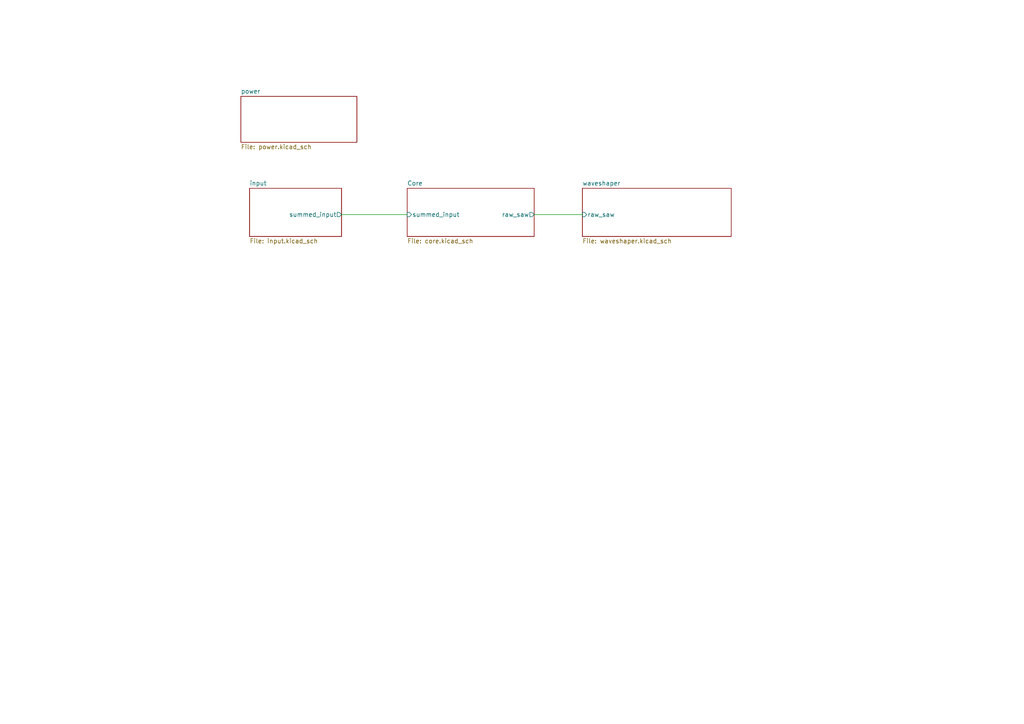
<source format=kicad_sch>
(kicad_sch (version 20230121) (generator eeschema)
  (paper "A4")
  (lib_symbols)
  (wire (pts (xy 154.94 62.23) (xy 168.91 62.23)))
  (wire (pts (xy 99.06 62.23) (xy 118.11 62.23)))
  (sheet (at 118.11 54.61) (size 36.83 13.97) (stroke (width 0.1524))
    (property "Sheetname" "Core" (at 118.11 53.8984 0) (effects (justify left bottom)))
    (property "Sheetfile" "core.kicad_sch" (at 118.11 69.1646 0) (effects (justify left top)))
    (pin "summed_input" input (at 118.11 62.23 180))
    (pin "raw_saw" output (at 154.94 62.23 0))
  )
  (sheet (at 72.39 54.61) (size 26.67 13.97) (stroke (width 0.1524))
    (property "Sheetname" "input" (at 72.39 53.8984 0) (effects (justify left bottom)))
    (property "Sheetfile" "input.kicad_sch" (at 72.39 69.1646 0) (effects (justify left top)))
    (pin "summed_input" output (at 99.06 62.23 0))
  )
  (sheet (at 69.85 27.94) (size 33.655 13.335) (stroke (width 0.1524))
    (property "Sheetname" "power" (at 69.85 27.2284 0) (effects (justify left bottom)))
    (property "Sheetfile" "power.kicad_sch" (at 69.85 41.8596 0) (effects (justify left top)))
  )
  (sheet (at 168.91 54.61) (size 43.18 13.97) (stroke (width 0.1524))
    (property "Sheetname" "waveshaper" (at 168.91 53.8984 0) (effects (justify left bottom)))
    (property "Sheetfile" "waveshaper.kicad_sch" (at 168.91 69.1646 0) (effects (justify left top)))
    (pin "raw_saw" input (at 168.91 62.23 180))
  )
)
</source>
